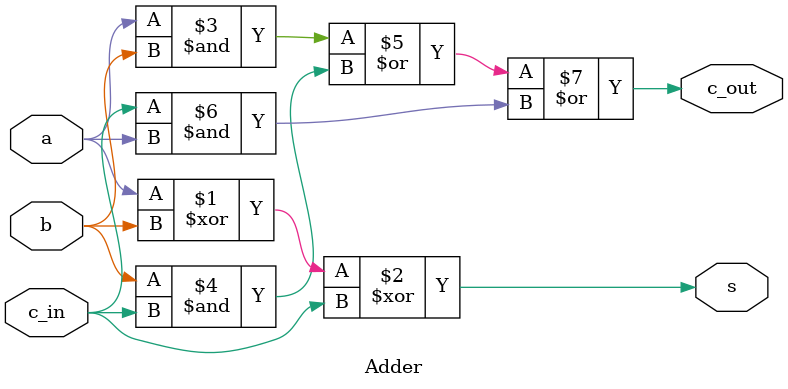
<source format=v>
module Adder(
    input a,
    input b,
    input c_in,
    output s,
    output c_out
);
    //fill your code here
    assign s = a ^ b ^ c_in;   
    assign c_out = (a & b) | (b & c_in) | (c_in & a);  

endmodule 

</source>
